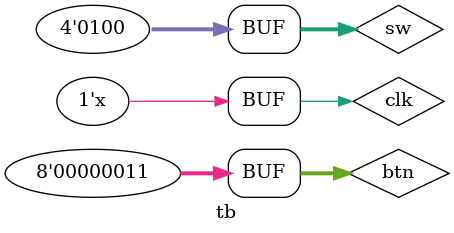
<source format=v>
module tb;

	reg clk  =0;
	wire uart_clock ;
	
	wire [7:0] leds;
	
	reg [7:0] btn = 2'b11;
	reg [3:0] sw = 0;
	
	wire tx;
	
	always #20 clk <= ~clk;
	
	uartclk uc(clk,uart_clock);
	receiver rr(tx,clk,leds);
	transmiter tr(clk,uart_clock,btn,sw);
	uart ur(clk,startTransmit,uart_packet,tx);
	
	initial begin
		#10;
		sw = 4'b0000;
		#20;
		btn[0] <= 0;
		#20;
		btn[0] <= 1'b1;
		#20;
		sw = 4'b0100;
		#20;
		btn[0] <= 0;
		#20;
		btn[0] <= 1'b1;
		#20;
		btn[1] <= 0;
		#20;
		btn[1] <= 1'b1;
		#20;
	end

endmodule 
</source>
